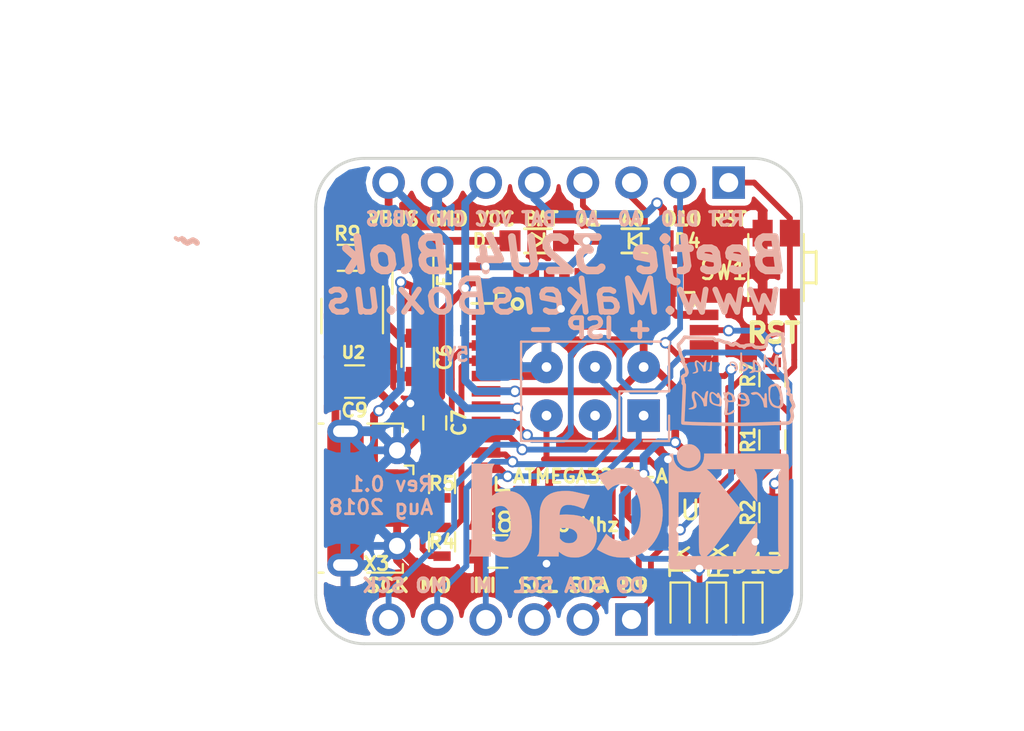
<source format=kicad_pcb>
(kicad_pcb (version 4) (host pcbnew 4.0.7)
  (title_block (title "Beetje 32U4 Blok") (date 2018-08-10) (rev 0.0) (company www.MakersBox.us) (comment 1 648.ken@gmail.com))
  (layers (0 F.Cu signal) (31 B.Cu signal) (34 B.Paste user) (35 F.Paste user) (36 B.SilkS user hide) (37 F.SilkS user hide) (38 B.Mask user) (39 F.Mask user) (44 Edge.Cuts user))
  (net 0 "")
  (net 1 GND)
  (net 2 /AREF)
  (net 3 VBUS)
  (net 4 +BATT)
  (net 5 /D4)
  (net 6 /D6)
  (net 7 /D8)
  (net 8 /D13)
  (net 9 /D12)
  (net 10 /D11)
  (net 11 /D10)
  (net 12 /D9)
  (net 13 /D7)
  (net 14 /SCL)
  (net 15 /SDA)
  (net 16 /D1)
  (net 17 /D0)
  (net 18 /A0)
  (net 19 /A1)
  (net 20 /A2)
  (net 21 /A3)
  (net 22 /A4)
  (net 23 /A5)
  (net 24 /SCK)
  (net 25 /MOSI)
  (net 26 /MISO)
  (net 27 "Net-(R4-Pad2)")
  (net 28 "Net-(R5-Pad2)")
  (net 29 "Net-(R9-Pad1)")
  (net 30 "Net-(U1-Pad2)")
  (net 31 "Net-(U1-Pad16)")
  (net 32 "Net-(U1-Pad17)")
  (net 33 /D5)
  (net 34 "Net-(U2-Pad4)")
  (net 35 "Net-(X3-Pad4)")
  (net 36 /RXLED)
  (net 37 /TXLED)
  (net 38 /VHI)
  (net 39 /~RESET)
  (net 40 /D+)
  (net 41 /D-)
  (net 42 VCC)
  (net 43 "Net-(D13-Pad2)")
  (net 44 "Net-(F1-Pad2)")
  (net 45 "Net-(D3-Pad1)")
  (net 46 "Net-(D5-Pad1)")
  (module footprints:D_SOD-123F (layer F.Cu) (at 159.004 90.678)
    (fp_text reference D4 (at 2.667 0) (layer F.SilkS) (effects (font (size 0.7 0.7))))
    (fp_text value MBR120)
    (pad 1 smd rect (at -1.4 0) (size 1.1 1.1) (layers F.Cu F.Paste F.Mask) (net 38 /VHI))
    (pad 2 smd rect (at 1.4 0) (size 1.1 1.1) (layers F.Cu F.Paste F.Mask) (net 4 +BATT))
  )
  (module footprints:D_SOD-123F (layer F.Cu) (at 153.797 90.678 180)
    (fp_text reference D1 (at 2.667 0 180) (layer F.SilkS) (effects (font (size 0.7 0.7))))
    (fp_text value MBR120)
    (pad 1 smd rect (at -1.4 0 180) (size 1.1 1.1) (layers F.Cu F.Paste F.Mask) (net 38 /VHI))
    (pad 2 smd rect (at 1.4 0 180) (size 1.1 1.1) (layers F.Cu F.Paste F.Mask) (net 3 VBUS))
  )
  (module footprints:Jumper (layer B.Cu) (at 149.606 95.377 180)
    (fp_text reference JMP1 hide)
    (fp_text value 5V (at 0 -1.25 180) (layer B.SilkS) (effects (font (size 0.7 0.7)) (justify mirror)))
    (pad 1 smd rect (at -0.381 0 180) (size 0.4 0.6) (layers B.Cu B.Paste B.Mask) (net 42 VCC))
    (pad 2 smd rect (at 0.381 0 180) (size 0.4 0.6) (layers B.Cu B.Paste B.Mask) (net 3 VBUS))
  )
  (module footprints:LED_0603 (layer F.Cu) (at 161.29 109.855 270)
    (fp_text reference D3 hide)
    (fp_text value TX (at -2.413 0 270) (layer F.SilkS))
    (pad 2 smd rect (at 0.8 0 90) (size 0.8 0.8) (layers F.Cu F.Paste F.Mask) (net 42 VCC))
    (pad 1 smd rect (at -0.8 0 90) (size 0.8 0.8) (layers F.Cu F.Paste F.Mask) (net 45 "Net-(D3-Pad1)"))
  )
  (module footprints:Resonator_SMD_CTSC_1.3mmx3.2mm (layer F.Cu) (at 156.464 106.934 180)
    (fp_text reference Y1 hide)
    (fp_text value "8 Mhz" (at 0 1.397 180) (layer F.SilkS) (effects (font (size 0.7 0.7))))
    (pad 1 smd rect (at -1.2 0 180) (size 0.4 1.8) (layers F.Cu F.Paste F.Mask) (net 32 "Net-(U1-Pad17)"))
    (pad 2 smd rect (at 0 0 180) (size 0.4 1.8) (layers F.Cu F.Paste F.Mask) (net 1 GND))
    (pad 3 smd rect (at 1.2 0 180) (size 0.4 1.8) (layers F.Cu F.Paste F.Mask) (net 31 "Net-(U1-Pad16)"))
  )
  (module footprints:EVQ-P7A (layer F.Cu) (at 166.3065 92.075 90)
    (fp_text reference SW1 (at -0.127 -2.7305 180) (layer F.SilkS) (effects (font (size 1 0.8))))
    (fp_text value RST (at -3.429 -0.127 180) (layer F.SilkS) (effects (font (thickness 0.25))))
    (pad 2 smd rect (at 1.8 0.725 90) (size 1.4 1.05) (layers F.Cu F.Paste F.Mask) (net 39 /~RESET))
    (pad 2 smd rect (at -1.8 0.725 90) (size 1.4 1.05) (layers F.Cu F.Paste F.Mask) (net 39 /~RESET))
    (pad 1 smd rect (at 1.8 -0.7 90) (size 1.4 1.05) (layers F.Cu F.Paste F.Mask) (net 1 GND))
    (pad 1 smd rect (at -1.8 -0.7 90) (size 1.4 1.05) (layers F.Cu F.Paste F.Mask) (net 1 GND))
  )
  (module myFootPrints:MadeInOregonRev25 (layer F.Cu) (at 164.211 97.917)
    (fp_text reference VAL hide)
    (fp_text value MadeInOregonRev25 hide)
  )
  (module footprints:KiCad-Logo2_8mm_SilkScreen (layer B.Cu) (at 158.623 105.283 180)
    (fp_text reference REF*** hide)
    (fp_text value KiCad-Logo2_8mm_SilkScreen hide)
  )
  (module footprints:C_0805 (layer F.Cu) (at 147.574 96.774 270)
    (fp_text reference C6 (at 0 -1.397 270) (layer F.SilkS) (effects (font (size 0.7 0.7))))
    (fp_text value 10uF)
    (pad 1 smd rect (at -1 0 270) (size 1 1.25) (layers F.Cu F.Paste F.Mask) (net 38 /VHI))
    (pad 2 smd rect (at 1 0 270) (size 1 1.25) (layers F.Cu F.Paste F.Mask) (net 1 GND))
  )
  (module footprints:C_0603 (layer F.Cu) (at 148.463 100.203 270)
    (fp_text reference C7 (at 0 -1.27 450) (layer F.SilkS) (effects (font (size 0.7 0.7))))
    (fp_text value 1uF)
    (pad 2 smd rect (at 0.75 0 270) (size 0.8 0.75) (layers F.Cu F.Paste F.Mask) (net 1 GND))
    (pad 1 smd rect (at -0.75 0 270) (size 0.8 0.75) (layers F.Cu F.Paste F.Mask) (net 42 VCC))
  )
  (module footprints:C_0805 (layer F.Cu) (at 151.765 106.934 180)
    (fp_text reference C8 (at 0.127 1.524 180) (layer F.SilkS))
    (fp_text value 10uF)
    (pad 1 smd rect (at -1 0 180) (size 1 1.25) (layers F.Cu F.Paste F.Mask) (net 42 VCC))
    (pad 2 smd rect (at 1 0 180) (size 1 1.25) (layers F.Cu F.Paste F.Mask) (net 1 GND))
  )
  (module footprints:C_0805 (layer F.Cu) (at 144.272 98.044 180)
    (fp_text reference C9 (at 0 -1.5 180) (layer F.SilkS) (effects (font (size 0.7 0.7))))
    (fp_text value 10uF)
    (pad 1 smd rect (at -1 0 180) (size 1 1.25) (layers F.Cu F.Paste F.Mask) (net 42 VCC))
    (pad 2 smd rect (at 1 0 180) (size 1 1.25) (layers F.Cu F.Paste F.Mask) (net 1 GND))
  )
  (module footprints:Pin_Header_Straight_2x03_Pitch2.54mm (layer B.Cu) (at 159.385 99.822 90)
    (fp_text reference CON1 hide)
    (fp_text value AVR-ISP-6)
    (pad 1 thru_hole rect (at 0 0 90) (size 1.7 1.7) (drill 0.508) (layers *.Cu *.Mask) (net 26 /MISO))
    (pad 2 thru_hole oval (at 2.54 0 90) (size 1.7 1.7) (drill 0.508) (layers *.Cu *.Mask) (net 42 VCC))
    (pad 3 thru_hole oval (at 0 -2.54 90) (size 1.7 1.7) (drill 0.508) (layers *.Cu *.Mask) (net 24 /SCK))
    (pad 4 thru_hole oval (at 2.54 -2.54 90) (size 1.7 1.7) (drill 0.508) (layers *.Cu *.Mask) (net 25 /MOSI))
    (pad 5 thru_hole oval (at 0 -5.08 90) (size 1.7 1.7) (drill 0.508) (layers *.Cu *.Mask) (net 39 /~RESET))
    (pad 6 thru_hole oval (at 2.54 -5.08 90) (size 1.7 1.7) (drill 0.508) (layers *.Cu *.Mask) (net 1 GND))
  )
  (module footprints:LED_0603 (layer F.Cu) (at 163.195 109.855 270)
    (fp_text reference D5 hide)
    (fp_text value RX (at -2.413 -0.127 270) (layer F.SilkS))
    (pad 2 smd rect (at 0.8 0 90) (size 0.8 0.8) (layers F.Cu F.Paste F.Mask) (net 42 VCC))
    (pad 1 smd rect (at -0.8 0 90) (size 0.8 0.8) (layers F.Cu F.Paste F.Mask) (net 46 "Net-(D5-Pad1)"))
  )
  (module footprints:LED_0603 (layer F.Cu) (at 165.1 109.855 270)
    (fp_text reference D13 (at -2.286 -0.254 360) (layer F.SilkS))
    (fp_text value D13)
    (pad 2 smd rect (at 0.8 0 90) (size 0.8 0.8) (layers F.Cu F.Paste F.Mask) (net 43 "Net-(D13-Pad2)"))
    (pad 1 smd rect (at -0.8 0 90) (size 0.8 0.8) (layers F.Cu F.Paste F.Mask) (net 1 GND))
  )
  (module footprints:R_1206 (layer F.Cu) (at 147.32 92.456 270)
    (fp_text reference F1 (at 0 -1.651 270) (layer F.SilkS) (effects (font (size 0.7 0.7))))
    (fp_text value Polyfuse)
    (pad 1 smd rect (at -1.45 0 270) (size 0.9 1.7) (layers F.Cu F.Paste F.Mask) (net 3 VBUS))
    (pad 2 smd rect (at 1.45 0 270) (size 0.9 1.7) (layers F.Cu F.Paste F.Mask) (net 44 "Net-(F1-Pad2)"))
  )
  (module footprints:Pin_Header_Straight_1x06_Pitch2.54mm (layer F.Cu) (at 158.75 110.49 270)
    (fp_text reference J2 hide)
    (fp_text value Conn_01x06)
    (pad 1 thru_hole rect (at 0 0 270) (size 1.7 1.7) (drill 1) (layers *.Cu *.Mask) (net 12 /D9))
    (pad 2 thru_hole oval (at 0 2.54 270) (size 1.7 1.7) (drill 1) (layers *.Cu *.Mask) (net 15 /SDA))
    (pad 3 thru_hole oval (at 0 5.08 270) (size 1.7 1.7) (drill 1) (layers *.Cu *.Mask) (net 14 /SCL))
    (pad 4 thru_hole oval (at 0 7.62 270) (size 1.7 1.7) (drill 1) (layers *.Cu *.Mask) (net 26 /MISO))
    (pad 5 thru_hole oval (at 0 10.16 270) (size 1.7 1.7) (drill 1) (layers *.Cu *.Mask) (net 25 /MOSI))
    (pad 6 thru_hole oval (at 0 12.7 270) (size 1.7 1.7) (drill 1) (layers *.Cu *.Mask) (net 24 /SCK))
  )
  (module footprints:Pin_Header_Straight_1x08_Pitch2.54mm (layer F.Cu) (at 163.83 87.63 270)
    (fp_text reference J4 hide)
    (fp_text value Conn_01x08)
    (pad 1 thru_hole rect (at 0 0 270) (size 1.7 1.7) (drill 1) (layers *.Cu *.Mask) (net 39 /~RESET))
    (pad 2 thru_hole oval (at 0 2.54 270) (size 1.7 1.7) (drill 1) (layers *.Cu *.Mask) (net 11 /D10))
    (pad 3 thru_hole oval (at 0 5.08 270) (size 1.7 1.7) (drill 1) (layers *.Cu *.Mask) (net 18 /A0))
    (pad 4 thru_hole oval (at 0 7.62 270) (size 1.7 1.7) (drill 1) (layers *.Cu *.Mask) (net 19 /A1))
    (pad 5 thru_hole oval (at 0 10.16 270) (size 1.7 1.7) (drill 1) (layers *.Cu *.Mask) (net 4 +BATT))
    (pad 6 thru_hole oval (at 0 12.7 270) (size 1.7 1.7) (drill 1) (layers *.Cu *.Mask) (net 42 VCC))
    (pad 7 thru_hole oval (at 0 15.24 270) (size 1.7 1.7) (drill 1) (layers *.Cu *.Mask) (net 1 GND))
    (pad 8 thru_hole oval (at 0 17.78 270) (size 1.7 1.7) (drill 1) (layers *.Cu *.Mask) (net 3 VBUS))
  )
  (module footprints:R_0603 (layer F.Cu) (at 166.116 101.092 270)
    (fp_text reference R1 (at 0 1.27 270) (layer F.SilkS) (effects (font (size 0.7 0.7))))
    (fp_text value 180)
    (pad 1 smd rect (at -0.75 0 270) (size 0.5 0.9) (layers F.Cu F.Paste F.Mask) (net 37 /TXLED))
    (pad 2 smd rect (at 0.75 0 270) (size 0.5 0.9) (layers F.Cu F.Paste F.Mask) (net 45 "Net-(D3-Pad1)"))
  )
  (module footprints:R_0603 (layer F.Cu) (at 166.116 104.902 270)
    (fp_text reference R2 (at 0 1.27 270) (layer F.SilkS) (effects (font (size 0.7 0.7))))
    (fp_text value 180)
    (pad 1 smd rect (at -0.75 0 270) (size 0.5 0.9) (layers F.Cu F.Paste F.Mask) (net 36 /RXLED))
    (pad 2 smd rect (at 0.75 0 270) (size 0.5 0.9) (layers F.Cu F.Paste F.Mask) (net 46 "Net-(D5-Pad1)"))
  )
  (module footprints:R_0603 (layer F.Cu) (at 148.844 106.426 270)
    (fp_text reference R4 (at 0 0 360) (layer F.SilkS) (effects (font (size 0.7 0.7))))
    (fp_text value 22)
    (pad 1 smd rect (at -0.75 0 270) (size 0.5 0.9) (layers F.Cu F.Paste F.Mask) (net 40 /D+))
    (pad 2 smd rect (at 0.75 0 270) (size 0.5 0.9) (layers F.Cu F.Paste F.Mask) (net 27 "Net-(R4-Pad2)"))
  )
  (module footprints:R_0603 (layer F.Cu) (at 148.844 103.378 270)
    (fp_text reference R5 (at 0 0 360) (layer F.SilkS) (effects (font (size 0.7 0.7))))
    (fp_text value 22)
    (pad 1 smd rect (at -0.75 0 270) (size 0.5 0.9) (layers F.Cu F.Paste F.Mask) (net 41 /D-))
    (pad 2 smd rect (at 0.75 0 270) (size 0.5 0.9) (layers F.Cu F.Paste F.Mask) (net 28 "Net-(R5-Pad2)"))
  )
  (module footprints:R_0603 (layer F.Cu) (at 166.116 97.79 90)
    (fp_text reference R7 (at 0.127 -1.27 90) (layer F.SilkS) (effects (font (size 0.7 0.7))))
    (fp_text value 180)
    (pad 1 smd rect (at -0.75 0 90) (size 0.5 0.9) (layers F.Cu F.Paste F.Mask) (net 43 "Net-(D13-Pad2)"))
    (pad 2 smd rect (at 0.75 0 90) (size 0.5 0.9) (layers F.Cu F.Paste F.Mask) (net 8 /D13))
  )
  (module footprints:R_0603 (layer F.Cu) (at 143.891 91.567)
    (fp_text reference R9 (at 0 -1.27) (layer F.SilkS) (effects (font (size 0.7 0.7))))
    (fp_text value 100K)
    (pad 1 smd rect (at -0.75 0) (size 0.5 0.9) (layers F.Cu F.Paste F.Mask) (net 29 "Net-(R9-Pad1)"))
    (pad 2 smd rect (at 0.75 0) (size 0.5 0.9) (layers F.Cu F.Paste F.Mask) (net 38 /VHI))
  )
  (module footprints:TQFP-44_10x10mm_Pitch0.8mm (layer F.Cu) (at 156.845 98.552)
    (fp_text reference U1 (at 5.461 6.223) (layer F.SilkS))
    (fp_text value ATMEGA32U4-AU (at 0.127 4.445) (layer F.SilkS) (effects (font (size 0.7 0.7))))
    (pad 1 smd rect (at -5.7 -4) (size 1.5 0.55) (layers F.Cu F.Paste F.Mask) (net 13 /D7))
    (pad 2 smd rect (at -5.7 -3.2) (size 1.5 0.55) (layers F.Cu F.Paste F.Mask) (net 30 "Net-(U1-Pad2)"))
    (pad 3 smd rect (at -5.7 -2.4) (size 1.5 0.55) (layers F.Cu F.Paste F.Mask) (net 41 /D-))
    (pad 4 smd rect (at -5.7 -1.6) (size 1.5 0.55) (layers F.Cu F.Paste F.Mask) (net 40 /D+))
    (pad 5 smd rect (at -5.7 -0.8) (size 1.5 0.55) (layers F.Cu F.Paste F.Mask) (net 1 GND))
    (pad 6 smd rect (at -5.7 0) (size 1.5 0.55) (layers F.Cu F.Paste F.Mask) (net 42 VCC))
    (pad 7 smd rect (at -5.7 0.8) (size 1.5 0.55) (layers F.Cu F.Paste F.Mask) (net 3 VBUS))
    (pad 8 smd rect (at -5.7 1.6) (size 1.5 0.55) (layers F.Cu F.Paste F.Mask) (net 36 /RXLED))
    (pad 9 smd rect (at -5.7 2.4) (size 1.5 0.55) (layers F.Cu F.Paste F.Mask) (net 24 /SCK))
    (pad 10 smd rect (at -5.7 3.2) (size 1.5 0.55) (layers F.Cu F.Paste F.Mask) (net 25 /MOSI))
    (pad 11 smd rect (at -5.7 4) (size 1.5 0.55) (layers F.Cu F.Paste F.Mask) (net 26 /MISO))
    (pad 12 smd rect (at -4 5.7 90) (size 1.5 0.55) (layers F.Cu F.Paste F.Mask) (net 10 /D11))
    (pad 13 smd rect (at -3.2 5.7 90) (size 1.5 0.55) (layers F.Cu F.Paste F.Mask) (net 39 /~RESET))
    (pad 14 smd rect (at -2.4 5.7 90) (size 1.5 0.55) (layers F.Cu F.Paste F.Mask) (net 42 VCC))
    (pad 15 smd rect (at -1.6 5.7 90) (size 1.5 0.55) (layers F.Cu F.Paste F.Mask) (net 1 GND))
    (pad 16 smd rect (at -0.8 5.7 90) (size 1.5 0.55) (layers F.Cu F.Paste F.Mask) (net 31 "Net-(U1-Pad16)"))
    (pad 17 smd rect (at 0 5.7 90) (size 1.5 0.55) (layers F.Cu F.Paste F.Mask) (net 32 "Net-(U1-Pad17)"))
    (pad 18 smd rect (at 0.8 5.7 90) (size 1.5 0.55) (layers F.Cu F.Paste F.Mask) (net 14 /SCL))
    (pad 19 smd rect (at 1.6 5.7 90) (size 1.5 0.55) (layers F.Cu F.Paste F.Mask) (net 15 /SDA))
    (pad 20 smd rect (at 2.4 5.7 90) (size 1.5 0.55) (layers F.Cu F.Paste F.Mask) (net 17 /D0))
    (pad 21 smd rect (at 3.2 5.7 90) (size 1.5 0.55) (layers F.Cu F.Paste F.Mask) (net 16 /D1))
    (pad 22 smd rect (at 4 5.7 90) (size 1.5 0.55) (layers F.Cu F.Paste F.Mask) (net 37 /TXLED))
    (pad 23 smd rect (at 5.7 4) (size 1.5 0.55) (layers F.Cu F.Paste F.Mask) (net 1 GND))
    (pad 24 smd rect (at 5.7 3.2) (size 1.5 0.55) (layers F.Cu F.Paste F.Mask) (net 42 VCC))
    (pad 25 smd rect (at 5.7 2.4) (size 1.5 0.55) (layers F.Cu F.Paste F.Mask) (net 5 /D4))
    (pad 26 smd rect (at 5.7 1.6) (size 1.5 0.55) (layers F.Cu F.Paste F.Mask) (net 9 /D12))
    (pad 27 smd rect (at 5.7 0.8) (size 1.5 0.55) (layers F.Cu F.Paste F.Mask) (net 6 /D6))
    (pad 28 smd rect (at 5.7 0) (size 1.5 0.55) (layers F.Cu F.Paste F.Mask) (net 7 /D8))
    (pad 29 smd rect (at 5.7 -0.8) (size 1.5 0.55) (layers F.Cu F.Paste F.Mask) (net 12 /D9))
    (pad 30 smd rect (at 5.7 -1.6) (size 1.5 0.55) (layers F.Cu F.Paste F.Mask) (net 11 /D10))
    (pad 31 smd rect (at 5.7 -2.4) (size 1.5 0.55) (layers F.Cu F.Paste F.Mask) (net 33 /D5))
    (pad 32 smd rect (at 5.7 -3.2) (size 1.5 0.55) (layers F.Cu F.Paste F.Mask) (net 8 /D13))
    (pad 33 smd rect (at 5.7 -4) (size 1.5 0.55) (layers F.Cu F.Paste F.Mask) (net 42 VCC))
    (pad 34 smd rect (at 4 -5.7 90) (size 1.5 0.55) (layers F.Cu F.Paste F.Mask) (net 42 VCC))
    (pad 35 smd rect (at 3.2 -5.7 90) (size 1.5 0.55) (layers F.Cu F.Paste F.Mask) (net 1 GND))
    (pad 36 smd rect (at 2.4 -5.7 90) (size 1.5 0.55) (layers F.Cu F.Paste F.Mask) (net 18 /A0))
    (pad 37 smd rect (at 1.6 -5.7 90) (size 1.5 0.55) (layers F.Cu F.Paste F.Mask) (net 19 /A1))
    (pad 38 smd rect (at 0.8 -5.7 90) (size 1.5 0.55) (layers F.Cu F.Paste F.Mask) (net 20 /A2))
    (pad 39 smd rect (at 0 -5.7 90) (size 1.5 0.55) (layers F.Cu F.Paste F.Mask) (net 21 /A3))
    (pad 40 smd rect (at -0.8 -5.7 90) (size 1.5 0.55) (layers F.Cu F.Paste F.Mask) (net 22 /A4))
    (pad 41 smd rect (at -1.6 -5.7 90) (size 1.5 0.55) (layers F.Cu F.Paste F.Mask) (net 23 /A5))
    (pad 42 smd rect (at -2.4 -5.7 90) (size 1.5 0.55) (layers F.Cu F.Paste F.Mask) (net 2 /AREF))
    (pad 43 smd rect (at -3.2 -5.7 90) (size 1.5 0.55) (layers F.Cu F.Paste F.Mask) (net 1 GND))
    (pad 44 smd rect (at -4 -5.7 90) (size 1.5 0.55) (layers F.Cu F.Paste F.Mask) (net 42 VCC))
  )
  (module footprints:SOT-23-5 (layer F.Cu) (at 144.145 94.615 270)
    (fp_text reference U2 (at 1.905 -0.0635 360) (layer F.SilkS) (effects (font (size 0.6 0.6))))
    (fp_text value MIC5225-3.3)
    (pad 1 smd rect (at -1.1 -0.95 270) (size 1.06 0.65) (layers F.Cu F.Paste F.Mask) (net 38 /VHI))
    (pad 2 smd rect (at -1.1 0 270) (size 1.06 0.65) (layers F.Cu F.Paste F.Mask) (net 1 GND))
    (pad 3 smd rect (at -1.1 0.95 270) (size 1.06 0.65) (layers F.Cu F.Paste F.Mask) (net 29 "Net-(R9-Pad1)"))
    (pad 4 smd rect (at 1.1 0.95 270) (size 1.06 0.65) (layers F.Cu F.Paste F.Mask) (net 34 "Net-(U2-Pad4)"))
    (pad 5 smd rect (at 1.1 -0.95 270) (size 1.06 0.65) (layers F.Cu F.Paste F.Mask) (net 42 VCC))
  )
  (module footprints:USB_Micro-B_Molex-105017-0001 (layer F.Cu) (at 144.145 104.14 270)
    (fp_text reference X3 (at 3.429 -1.27 360) (layer F.SilkS) (effects (font (size 0.7 0.7))))
    (fp_text value USB_OTG)
    (pad 6 smd rect (at 1 0.35 270) (size 1.5 1.9) (layers F.Cu F.Paste F.Mask) (net 1 GND))
    (pad 6 thru_hole circle (at -2.5 -2.35 270) (size 1.45 1.45) (drill 0.85) (layers *.Cu *.Mask) (net 1 GND))
    (pad 2 smd rect (at -0.65 -2.35 270) (size 0.4 1.35) (layers F.Cu F.Paste F.Mask) (net 28 "Net-(R5-Pad2)"))
    (pad 1 smd rect (at -1.3 -2.35 270) (size 0.4 1.35) (layers F.Cu F.Paste F.Mask) (net 44 "Net-(F1-Pad2)"))
    (pad 5 smd rect (at 1.3 -2.35 270) (size 0.4 1.35) (layers F.Cu F.Paste F.Mask) (net 1 GND))
    (pad 4 smd rect (at 0.65 -2.35 270) (size 0.4 1.35) (layers F.Cu F.Paste F.Mask) (net 35 "Net-(X3-Pad4)"))
    (pad 3 smd rect (at 0 -2.35 270) (size 0.4 1.35) (layers F.Cu F.Paste F.Mask) (net 27 "Net-(R4-Pad2)"))
    (pad 6 thru_hole circle (at 2.5 -2.35 270) (size 1.45 1.45) (drill 0.85) (layers *.Cu *.Mask) (net 1 GND))
    (pad 6 smd rect (at -1 0.35 270) (size 1.5 1.9) (layers F.Cu F.Paste F.Mask) (net 1 GND))
    (pad 6 thru_hole oval (at -3.5 0.35 90) (size 1.2 1.9) (drill oval 0.6 1.3) (layers *.Cu *.Mask) (net 1 GND))
    (pad 6 thru_hole oval (at 3.5 0.35 270) (size 1.2 1.9) (drill oval 0.6 1.3) (layers *.Cu *.Mask) (net 1 GND))
    (pad 6 smd rect (at 2.9 0.35 270) (size 1.2 1.9) (layers F.Cu F.Mask) (net 1 GND))
    (pad 6 smd rect (at -2.9 0.35 270) (size 1.2 1.9) (layers F.Cu F.Mask) (net 1 GND))
  )
  (gr_text "RST D10  A0  A0  BAT VCC GND VBUS" (at 164.719 89.535) (layer B.SilkS) (effects (font (size 0.7 0.675) (thickness 0.16875)) (justify left mirror)))
  (gr_text "D9 SDA SCL  MI  MO SCK" (at 159.512 108.712) (layer B.SilkS) (effects (font (size 0.7 0.75) (thickness 0.175)) (justify left mirror)))
  (gr_text "Rev 0.1\nAug 2018" (at 148.463 104.013) (layer B.SilkS) (effects (font (size 0.75 0.75)) (justify left mirror)))
  (gr_text "VBUS GND VCC BAT  A1  A0  D10 RST" (at 144.907 89.535) (layer F.SilkS) (effects (font (size 0.7 0.675) (thickness 0.16875)) (justify left)))
  (gr_line (start 142.24 109.22) (end 142.24 88.9) (angle 90) (layer Edge.Cuts) (width 0.15))
  (gr_line (start 165.1 111.76) (end 144.78 111.76) (angle 90) (layer Edge.Cuts) (width 0.15))
  (gr_line (start 167.64 88.9) (end 167.64 109.22) (angle 90) (layer Edge.Cuts) (width 0.15))
  (gr_line (start 144.78 86.36) (end 165.1 86.36) (angle 90) (layer Edge.Cuts) (width 0.15))
  (gr_arc (start 144.78 88.9) (end 142.24 88.9) (angle 90) (layer Edge.Cuts) (width 0.15))
  (gr_arc (start 144.78 109.22) (end 144.78 111.76) (angle 90) (layer Edge.Cuts) (width 0.15))
  (gr_arc (start 165.1 109.22) (end 167.64 109.22) (angle 90) (layer Edge.Cuts) (width 0.15))
  (gr_arc (start 165.1 88.9) (end 165.1 86.36) (angle 90) (layer Edge.Cuts) (width 0.15))
  (gr_text "+ ISP -" (at 156.591 95.25) (layer B.SilkS) (effects (font (size 1 1) (thickness 0.25)) (justify mirror)))
  (gr_circle (center 152.781 93.98) (end 152.781 93.726) (layer F.SilkS) (width 0.2))
  (gr_text www.MakersBox.us (at 166.878 93.599) (layer B.SilkS) (effects (font (size 1.75 1.75) (thickness 0.3) italic) (justify left mirror)))
  (gr_text "Beetje 32U4 Blok\n" (at 167.132 91.44) (layer B.SilkS) (effects (font (size 1.75 1.75) (thickness 0.4) italic) (justify left mirror)))
  (gr_text ~ (at 135.636 90.678) (layer B.SilkS) (effects (font (size 1.5 1.5) (thickness 0.3)) (justify mirror)))
  (gr_text ~ (at 135.128 90.551) (layer B.SilkS) (effects (font (size 1 1) (thickness 0.2)) (justify mirror)))
  (gr_text "SCK MO  MI  SCL SDA D9" (at 144.78 108.712) (layer F.SilkS) (effects (font (size 0.7 0.75) (thickness 0.175)) (justify left)))
  (segment (start 165.416 94.0655) (end 165.416 95.442) (width 0.3048) (layer F.Cu) (net 1))
  (segment (start 164.973 95.885) (end 165.416 95.442) (width 0.3048) (layer F.Cu) (net 1))
  (segment (start 164.973 97.409) (end 164.973 95.885) (width 0.3048) (layer F.Cu) (net 1))
  (segment (start 163.957 98.425) (end 164.973 97.409) (width 0.3048) (layer F.Cu) (net 1))
  (segment (start 163.957 101.219) (end 163.957 98.425) (width 0.3048) (layer F.Cu) (net 1))
  (segment (start 163.957 101.219) (end 163.957 101.723802) (width 0.3048) (layer F.Cu) (net 1))
  (segment (start 165.416 94.0655) (end 165.6065 93.875) (width 0.3048) (layer F.Cu) (net 1))
  (segment (start 163.997 91.694) (end 164.4015 91.694) (width 0.4064) (layer F.Cu) (net 1))
  (segment (start 160.045 92.05) (end 160.401 91.694) (width 0.4064) (layer F.Cu) (net 1))
  (segment (start 160.401 91.694) (end 163.997 91.694) (width 0.4064) (layer F.Cu) (net 1))
  (segment (start 160.045 92.852) (end 160.045 92.05) (width 0.4064) (layer F.Cu) (net 1))
  (segment (start 165.6065 92.899) (end 165.6065 93.875) (width 0.4064) (layer F.Cu) (net 1))
  (segment (start 164.4015 91.694) (end 165.6065 92.899) (width 0.4064) (layer F.Cu) (net 1))
  (segment (start 163.957 101.981) (end 163.957 101.723802) (width 0.3048) (layer F.Cu) (net 1))
  (segment (start 153.645 92.852) (end 153.645 90.018) (width 0.4064) (layer F.Cu) (net 1))
  (segment (start 153.645 90.018) (end 153.035 89.408) (width 0.4064) (layer F.Cu) (net 1))
  (segment (start 153.035 89.408) (end 149.352 89.408) (width 0.4064) (layer F.Cu) (net 1))
  (segment (start 149.352 89.408) (end 148.59 88.646) (width 0.4064) (layer F.Cu) (net 1))
  (segment (start 148.59 88.646) (end 148.59 87.63) (width 0.4064) (layer F.Cu) (net 1))
  (segment (start 152.908 108.712) (end 153.162 108.712) (width 0.4064) (layer F.Cu) (net 1))
  (segment (start 150.765 108.22) (end 151.257 108.712) (width 0.4064) (layer F.Cu) (net 1))
  (segment (start 151.257 108.712) (end 152.908 108.712) (width 0.4064) (layer F.Cu) (net 1))
  (segment (start 150.765 106.68) (end 150.765 108.22) (width 0.4064) (layer F.Cu) (net 1))
  (segment (start 153.162 108.712) (end 154.305 107.569) (width 0.4064) (layer F.Cu) (net 1))
  (segment (start 154.305 107.569) (end 154.305 106.172) (width 0.3048) (layer F.Cu) (net 1))
  (segment (start 154.305 106.172) (end 154.432 106.045) (width 0.3048) (layer F.Cu) (net 1))
  (segment (start 155.245 105.232) (end 155.245 104.252) (width 0.3048) (layer F.Cu) (net 1))
  (segment (start 154.432 106.045) (end 155.245 105.232) (width 0.3048) (layer F.Cu) (net 1))
  (segment (start 156.464 106.934) (end 156.464 108.204) (width 0.3048) (layer F.Cu) (net 1))
  (segment (start 156.464 108.204) (end 156.083 108.585) (width 0.3048) (layer F.Cu) (net 1))
  (segment (start 156.083 108.585) (end 154.559 108.585) (width 0.3048) (layer F.Cu) (net 1))
  (segment (start 154.559 108.585) (end 154.305 108.331) (width 0.3048) (layer F.Cu) (net 1))
  (segment (start 154.305 108.331) (end 154.305 107.569) (width 0.3048) (layer F.Cu) (net 1))
  (segment (start 165.1 109.055) (end 165.1 106.553) (width 0.3048) (layer F.Cu) (net 1))
  (via (at 165.227 106.426) (size 0.6) (drill 0.4) (layers F.Cu B.Cu) (net 1))
  (segment (start 165.1 106.553) (end 165.227 106.426) (width 0.3048) (layer F.Cu) (net 1))
  (segment (start 146.495 101.64) (end 146.495 99.885) (width 0.4064) (layer B.Cu) (net 1))
  (segment (start 147.574 98.806) (end 147.574 97.774) (width 0.4064) (layer F.Cu) (net 1))
  (segment (start 147.193 99.187) (end 147.574 98.806) (width 0.4064) (layer F.Cu) (net 1))
  (via (at 147.193 99.187) (size 0.6) (drill 0.4) (layers F.Cu B.Cu) (net 1))
  (segment (start 146.495 99.885) (end 147.193 99.187) (width 0.4064) (layer B.Cu) (net 1))
  (segment (start 146.495 101.64) (end 146.899 101.64) (width 0.4064) (layer F.Cu) (net 1))
  (segment (start 146.899 101.64) (end 147.586 100.953) (width 0.4064) (layer F.Cu) (net 1))
  (segment (start 147.586 100.953) (end 148.463 100.953) (width 0.4064) (layer F.Cu) (net 1))
  (segment (start 146.495 106.64) (end 146.495 107.379) (width 0.4064) (layer F.Cu) (net 1))
  (segment (start 150.765 108.188) (end 150.765 106.68) (width 0.4064) (layer F.Cu) (net 1))
  (segment (start 150.368 108.585) (end 150.765 108.188) (width 0.4064) (layer F.Cu) (net 1))
  (segment (start 147.701 108.585) (end 150.368 108.585) (width 0.4064) (layer F.Cu) (net 1))
  (segment (start 146.495 107.379) (end 147.701 108.585) (width 0.4064) (layer F.Cu) (net 1))
  (segment (start 155.194 108.712) (end 154.686 108.712) (width 0.3048) (layer B.Cu) (net 1))
  (segment (start 154.686 108.966) (end 154.305 107.569) (width 0.3048) (layer B.Cu) (net 1))
  (via (at 154.305 107.569) (size 0.6) (drill 0.4) (layers F.Cu B.Cu) (net 1))
  (segment (start 165.227 106.426) (end 163.195 108.712) (width 0.3048) (layer B.Cu) (net 1))
  (segment (start 163.195 108.712) (end 155.194 108.712) (width 0.3048) (layer B.Cu) (net 1))
  (segment (start 154.305 107.569) (end 154.432 107.569) (width 0.3048) (layer F.Cu) (net 1))
  (segment (start 163.960198 101.727) (end 163.960198 101.723802) (width 0.3048) (layer F.Cu) (net 1))
  (segment (start 163.957 101.723802) (end 163.960198 101.727) (width 0.3048) (layer F.Cu) (net 1))
  (segment (start 163.960198 101.723802) (end 163.957 101.727) (width 0.3048) (layer F.Cu) (net 1))
  (segment (start 160.655 102.108) (end 160.655 103.505) (width 0.4064) (layer B.Cu) (net 1))
  (segment (start 161.099 102.552) (end 160.655 102.108) (width 0.4064) (layer F.Cu) (net 1))
  (via (at 160.655 102.108) (size 0.6) (drill 0.4) (layers F.Cu B.Cu) (net 1))
  (segment (start 162.545 102.552) (end 161.099 102.552) (width 0.4064) (layer F.Cu) (net 1))
  (segment (start 163.703 106.68) (end 165.227 106.68) (width 0.4064) (layer B.Cu) (net 1))
  (segment (start 159.766 106.68) (end 163.703 106.68) (width 0.4064) (layer B.Cu) (net 1))
  (segment (start 159.004 105.918) (end 159.766 106.68) (width 0.4064) (layer B.Cu) (net 1))
  (segment (start 159.004 105.156) (end 159.004 105.918) (width 0.4064) (layer B.Cu) (net 1))
  (segment (start 160.655 103.505) (end 159.004 105.156) (width 0.4064) (layer B.Cu) (net 1))
  (segment (start 162.545 102.552) (end 163.386 102.552) (width 0.3048) (layer F.Cu) (net 1))
  (segment (start 163.386 102.552) (end 163.957 101.981) (width 0.3048) (layer F.Cu) (net 1))
  (segment (start 163.957 101.981) (end 163.960198 101.977802) (width 0.3048) (layer F.Cu) (net 1))
  (segment (start 165.6065 90.275) (end 165.6065 93.875) (width 0.3048) (layer F.Cu) (net 1))
  (segment (start 155.067 94.234) (end 159.766 94.234) (width 0.4064) (layer F.Cu) (net 1))
  (segment (start 160.045 93.955) (end 160.045 92.852) (width 0.4064) (layer F.Cu) (net 1))
  (segment (start 159.766 94.234) (end 160.045 93.955) (width 0.4064) (layer F.Cu) (net 1))
  (segment (start 154.305 97.282) (end 154.305 94.996) (width 0.4064) (layer B.Cu) (net 1))
  (segment (start 153.67 93.853) (end 153.67 92.877) (width 0.4064) (layer F.Cu) (net 1))
  (segment (start 154.051 94.234) (end 153.67 93.853) (width 0.4064) (layer F.Cu) (net 1))
  (segment (start 155.067 94.234) (end 154.051 94.234) (width 0.4064) (layer F.Cu) (net 1))
  (via (at 155.067 94.234) (size 0.6) (drill 0.4) (layers F.Cu B.Cu) (net 1))
  (segment (start 154.305 94.996) (end 155.067 94.234) (width 0.4064) (layer B.Cu) (net 1))
  (segment (start 153.67 92.877) (end 153.645 92.852) (width 0.4064) (layer F.Cu) (net 1))
  (segment (start 150.765 106.553) (end 150.765 107.204) (width 0.3048) (layer F.Cu) (net 1))
  (segment (start 151.145 97.752) (end 153.835 97.752) (width 0.4064) (layer F.Cu) (net 1))
  (segment (start 153.835 97.752) (end 154.305 97.282) (width 0.3048) (layer F.Cu) (net 1))
  (segment (start 146.495 101.64) (end 144.795 101.64) (width 0.4064) (layer B.Cu) (net 1))
  (segment (start 144.795 101.64) (end 143.795 100.64) (width 0.4064) (layer B.Cu) (net 1))
  (segment (start 146.495 106.64) (end 144.795 106.64) (width 0.4064) (layer B.Cu) (net 1))
  (segment (start 144.795 106.64) (end 143.795 107.64) (width 0.4064) (layer B.Cu) (net 1))
  (segment (start 146.495 105.44) (end 146.495 106.64) (width 0.4064) (layer F.Cu) (net 1))
  (segment (start 143.795 100.64) (end 143.795 107.64) (width 0.4064) (layer F.Cu) (net 1))
  (segment (start 143.272 98.044) (end 143.272 100.117) (width 0.4064) (layer F.Cu) (net 1))
  (segment (start 143.272 100.117) (end 143.795 100.64) (width 0.4064) (layer F.Cu) (net 1))
  (segment (start 144.145 93.515) (end 144.145 94.615) (width 0.4064) (layer F.Cu) (net 1))
  (segment (start 144.145 97.171) (end 143.272 98.044) (width 0.4064) (layer F.Cu) (net 1))
  (segment (start 143.272 98.044) (end 143.272 98.028) (width 0.4064) (layer F.Cu) (net 1))
  (segment (start 144.145 94.615) (end 144.145 97.171) (width 0.4064) (layer F.Cu) (net 1))
  (segment (start 152.397 90.678) (end 147.648 90.678) (width 0.4064) (layer F.Cu) (net 3))
  (segment (start 147.648 90.678) (end 147.32 91.006) (width 0.4064) (layer F.Cu) (net 3))
  (segment (start 147.648 90.678) (end 147.32 91.006) (width 0.4064) (layer F.Cu) (net 3))
  (segment (start 150.495 99.441) (end 150.114 99.441) (width 0.4064) (layer B.Cu) (net 3))
  (segment (start 151.145 99.352) (end 152.692 99.352) (width 0.3048) (layer F.Cu) (net 3))
  (via (at 152.781 99.441) (size 0.6) (drill 0.4) (layers F.Cu B.Cu) (net 3))
  (segment (start 152.692 99.352) (end 152.781 99.441) (width 0.3048) (layer F.Cu) (net 3))
  (segment (start 152.781 99.441) (end 150.495 99.441) (width 0.4064) (layer B.Cu) (net 3))
  (segment (start 149.225 97.917) (end 149.225 95.377) (width 0.4064) (layer B.Cu) (net 3))
  (segment (start 149.225 98.552) (end 149.225 97.917) (width 0.4064) (layer B.Cu) (net 3))
  (segment (start 150.114 99.441) (end 149.225 98.552) (width 0.4064) (layer B.Cu) (net 3))
  (segment (start 147.521 90.805) (end 147.32 91.006) (width 0.4064) (layer F.Cu) (net 3))
  (segment (start 149.225 95.377) (end 149.225 90.805) (width 0.4064) (layer B.Cu) (net 3))
  (segment (start 149.225 90.805) (end 146.05 87.63) (width 0.4064) (layer B.Cu) (net 3))
  (segment (start 147.32 91.006) (end 147.32 90.805) (width 0.4064) (layer F.Cu) (net 3))
  (segment (start 147.32 90.805) (end 146.05 89.535) (width 0.4064) (layer F.Cu) (net 3))
  (segment (start 146.05 89.535) (end 146.05 87.63) (width 0.4064) (layer F.Cu) (net 3))
  (segment (start 160.404 90.678) (end 160.404 89.03) (width 0.4064) (layer F.Cu) (net 4))
  (segment (start 154.4955 89.281) (end 153.67 88.4555) (width 0.4064) (layer B.Cu) (net 4))
  (segment (start 156.0195 89.281) (end 154.4955 89.281) (width 0.4064) (layer B.Cu) (net 4))
  (segment (start 159.512 89.281) (end 156.0195 89.281) (width 0.4064) (layer B.Cu) (net 4))
  (segment (start 160.0835 88.7095) (end 159.512 89.281) (width 0.4064) (layer B.Cu) (net 4))
  (via (at 160.0835 88.7095) (size 0.6) (drill 0.4) (layers F.Cu B.Cu) (net 4))
  (segment (start 160.404 89.03) (end 160.0835 88.7095) (width 0.4064) (layer F.Cu) (net 4))
  (segment (start 153.67 88.4555) (end 153.67 87.63) (width 0.4064) (layer B.Cu) (net 4))
  (segment (start 163.83 95.377) (end 165.481 95.377) (width 0.3048) (layer B.Cu) (net 8))
  (segment (start 166.4335 96.3295) (end 166.116 97.04) (width 0.3048) (layer F.Cu) (net 8))
  (via (at 163.83 95.377) (size 0.6) (drill 0.4) (layers F.Cu B.Cu) (net 8))
  (via (at 166.4335 96.3295) (size 0.6) (drill 0.4) (layers F.Cu B.Cu) (net 8))
  (segment (start 165.481 95.377) (end 166.4335 96.3295) (width 0.3048) (layer B.Cu) (net 8))
  (segment (start 162.545 95.352) (end 163.805 95.352) (width 0.3048) (layer F.Cu) (net 8))
  (segment (start 162.545 96.952) (end 161.468 96.952) (width 0.3048) (layer F.Cu) (net 11))
  (segment (start 161.29 95.25) (end 161.29 88.392) (width 0.3048) (layer B.Cu) (net 11))
  (segment (start 160.528 96.012) (end 161.29 95.25) (width 0.3048) (layer B.Cu) (net 11))
  (via (at 160.528 96.012) (size 0.6) (drill 0.4) (layers F.Cu B.Cu) (net 11))
  (segment (start 161.468 96.952) (end 160.528 96.012) (width 0.3048) (layer F.Cu) (net 11))
  (segment (start 163.957 97.409) (end 163.957 103.124) (width 0.3048) (layer B.Cu) (net 12))
  (segment (start 162.545 97.752) (end 163.614 97.752) (width 0.3048) (layer F.Cu) (net 12))
  (segment (start 163.957 97.409) (end 163.614 97.752) (width 0.3048) (layer F.Cu) (net 12))
  (via (at 161.29 105.791) (size 0.6) (drill 0.4) (layers F.Cu B.Cu) (net 12))
  (segment (start 161.29 105.791) (end 159.766 107.315) (width 0.3048) (layer F.Cu) (net 12))
  (segment (start 159.766 107.315) (end 159.766 109.474) (width 0.3048) (layer F.Cu) (net 12))
  (segment (start 159.766 109.474) (end 158.75 110.49) (width 0.3048) (layer F.Cu) (net 12))
  (via (at 163.957 97.409) (size 0.6) (drill 0.4) (layers F.Cu B.Cu) (net 12))
  (segment (start 163.957 103.124) (end 161.29 105.791) (width 0.3048) (layer B.Cu) (net 12))
  (segment (start 158.496 108.334198) (end 158.496 107.95) (width 0.3048) (layer F.Cu) (net 14))
  (segment (start 157.645 105.067) (end 158.496 105.918) (width 0.3048) (layer F.Cu) (net 14))
  (segment (start 158.496 105.918) (end 158.496 107.95) (width 0.3048) (layer F.Cu) (net 14))
  (segment (start 157.645 105.067) (end 157.645 104.252) (width 0.3048) (layer F.Cu) (net 14))
  (segment (start 158.496 108.334198) (end 158.518452 108.35665) (width 0.3048) (layer F.Cu) (net 14))
  (segment (start 158.518452 108.35665) (end 158.518452 108.311746) (width 0.3048) (layer F.Cu) (net 14))
  (segment (start 156.718 109.093) (end 155.067 109.093) (width 0.3048) (layer F.Cu) (net 14))
  (segment (start 158.496 108.334198) (end 158.518452 108.311746) (width 0.3048) (layer F.Cu) (net 14))
  (segment (start 158.518452 108.311746) (end 158.118198 108.712) (width 0.3048) (layer F.Cu) (net 14))
  (segment (start 158.118198 108.712) (end 157.099 108.712) (width 0.3048) (layer F.Cu) (net 14))
  (segment (start 157.099 108.712) (end 156.718 109.093) (width 0.3048) (layer F.Cu) (net 14))
  (segment (start 153.67 110.49) (end 155.067 109.093) (width 0.3048) (layer F.Cu) (net 14))
  (segment (start 159.131 108.077) (end 159.131 108.458) (width 0.3048) (layer F.Cu) (net 15))
  (segment (start 158.445 104.978) (end 159.131 105.664) (width 0.3048) (layer F.Cu) (net 15))
  (segment (start 159.131 108.077) (end 159.131 105.791) (width 0.3048) (layer F.Cu) (net 15))
  (segment (start 159.131 105.791) (end 159.131 105.664) (width 0.3048) (layer F.Cu) (net 15))
  (segment (start 157.483198 109.216802) (end 156.21 110.49) (width 0.3048) (layer F.Cu) (net 15))
  (segment (start 158.372198 109.216802) (end 157.483198 109.216802) (width 0.3048) (layer F.Cu) (net 15))
  (segment (start 159.131 108.458) (end 158.372198 109.216802) (width 0.3048) (layer F.Cu) (net 15))
  (segment (start 158.445 104.978) (end 158.445 104.252) (width 0.3048) (layer F.Cu) (net 15))
  (segment (start 158.496 104.303) (end 158.445 104.252) (width 0.3048) (layer F.Cu) (net 15))
  (segment (start 159.245 92.852) (end 159.245 91.961) (width 0.3048) (layer F.Cu) (net 18))
  (segment (start 159.4485 89.0905) (end 158.75 88.392) (width 0.3048) (layer F.Cu) (net 18))
  (segment (start 159.4485 91.7575) (end 159.4485 89.0905) (width 0.3048) (layer F.Cu) (net 18))
  (segment (start 159.245 91.961) (end 159.4485 91.7575) (width 0.3048) (layer F.Cu) (net 18))
  (segment (start 158.75 88.392) (end 158.75 87.63) (width 0.3048) (layer F.Cu) (net 18))
  (segment (start 158.445 92.852) (end 158.445 91.999) (width 0.3048) (layer F.Cu) (net 19))
  (segment (start 156.21 88.8365) (end 156.21 87.63) (width 0.3048) (layer F.Cu) (net 19))
  (segment (start 156.7815 89.408) (end 156.21 88.8365) (width 0.3048) (layer F.Cu) (net 19))
  (segment (start 158.496 89.408) (end 156.7815 89.408) (width 0.3048) (layer F.Cu) (net 19))
  (segment (start 158.75 89.662) (end 158.496 89.408) (width 0.3048) (layer F.Cu) (net 19))
  (segment (start 158.75 91.694) (end 158.75 89.662) (width 0.3048) (layer F.Cu) (net 19))
  (segment (start 158.445 91.999) (end 158.75 91.694) (width 0.3048) (layer F.Cu) (net 19))
  (segment (start 149.479 105.664) (end 149.479 103.505) (width 0.3048) (layer B.Cu) (net 24))
  (segment (start 151.638 101.346) (end 149.479 103.505) (width 0.3048) (layer B.Cu) (net 24))
  (segment (start 149.479 105.664) (end 146.05 109.093) (width 0.3048) (layer B.Cu) (net 24))
  (segment (start 146.05 110.49) (end 146.05 109.093) (width 0.3048) (layer B.Cu) (net 24))
  (segment (start 152.781 101.346) (end 151.638 101.346) (width 0.3048) (layer B.Cu) (net 24))
  (segment (start 152.781 101.346) (end 153.035 101.6) (width 0.3048) (layer B.Cu) (net 24))
  (segment (start 156.845 99.822) (end 156.845 101.092) (width 0.3048) (layer B.Cu) (net 24))
  (segment (start 152.159 100.952) (end 151.145 100.952) (width 0.3048) (layer F.Cu) (net 24))
  (segment (start 152.387 100.952) (end 152.159 100.952) (width 0.3048) (layer F.Cu) (net 24))
  (segment (start 153.035 101.6) (end 152.387 100.952) (width 0.3048) (layer F.Cu) (net 24))
  (via (at 153.035 101.6) (size 0.6) (drill 0.4) (layers F.Cu B.Cu) (net 24))
  (segment (start 156.337 101.6) (end 153.035 101.6) (width 0.3048) (layer B.Cu) (net 24))
  (segment (start 156.845 101.092) (end 156.337 101.6) (width 0.3048) (layer B.Cu) (net 24))
  (segment (start 156.845 99.949) (end 156.845 99.822) (width 0.3048) (layer B.Cu) (net 24))
  (segment (start 150.114 107.696) (end 150.114 103.632) (width 0.3048) (layer B.Cu) (net 25))
  (segment (start 151.511 102.235) (end 150.114 103.632) (width 0.3048) (layer B.Cu) (net 25))
  (segment (start 150.114 107.696) (end 148.59 109.22) (width 0.3048) (layer B.Cu) (net 25))
  (segment (start 148.59 110.49) (end 148.59 109.22) (width 0.3048) (layer B.Cu) (net 25))
  (segment (start 151.511 102.235) (end 152.527 102.235) (width 0.3048) (layer B.Cu) (net 25))
  (segment (start 152.527 102.235) (end 152.146 101.854) (width 0.3048) (layer F.Cu) (net 25))
  (segment (start 152.146 101.854) (end 151.247 101.854) (width 0.3048) (layer F.Cu) (net 25))
  (segment (start 151.247 101.854) (end 151.145 101.752) (width 0.3048) (layer F.Cu) (net 25))
  (segment (start 156.845 97.282) (end 156.845 97.663) (width 0.3048) (layer B.Cu) (net 25))
  (segment (start 156.845 97.663) (end 158.115 98.933) (width 0.3048) (layer B.Cu) (net 25))
  (segment (start 158.115 98.933) (end 158.115 100.965) (width 0.3048) (layer B.Cu) (net 25))
  (segment (start 156.845 102.362) (end 158.115 100.965) (width 0.3048) (layer B.Cu) (net 25))
  (segment (start 152.654 102.362) (end 156.845 102.362) (width 0.3048) (layer B.Cu) (net 25))
  (segment (start 152.527 102.235) (end 152.654 102.362) (width 0.3048) (layer B.Cu) (net 25))
  (via (at 152.527 102.235) (size 0.6) (drill 0.4) (layers F.Cu B.Cu) (net 25))
  (segment (start 152.502 102.26) (end 152.527 102.235) (width 0.3048) (layer F.Cu) (net 25))
  (segment (start 151.13 110.49) (end 151.13 103.632) (width 0.3048) (layer B.Cu) (net 26))
  (segment (start 151.13 103.632) (end 151.765 102.997) (width 0.3048) (layer B.Cu) (net 26))
  (segment (start 151.765 102.997) (end 152.273 102.997) (width 0.3048) (layer B.Cu) (net 26))
  (segment (start 152.273 102.997) (end 151.892 102.616) (width 0.3048) (layer F.Cu) (net 26))
  (via (at 152.273 102.997) (size 0.6) (drill 0.4) (layers F.Cu B.Cu) (net 26))
  (segment (start 151.892 102.616) (end 151.209 102.616) (width 0.3048) (layer F.Cu) (net 26))
  (segment (start 151.209 102.616) (end 151.145 102.552) (width 0.3048) (layer F.Cu) (net 26))
  (segment (start 159.131 101.092) (end 159.131 100.076) (width 0.3048) (layer B.Cu) (net 26))
  (segment (start 157.226 102.997) (end 159.131 101.092) (width 0.3048) (layer B.Cu) (net 26))
  (segment (start 152.273 102.997) (end 157.226 102.997) (width 0.3048) (layer B.Cu) (net 26))
  (segment (start 159.131 100.076) (end 159.385 99.822) (width 0.3048) (layer B.Cu) (net 26))
  (segment (start 146.495 104.14) (end 147.574 104.14) (width 0.3048) (layer F.Cu) (net 27))
  (segment (start 148.197 107.176) (end 148.844 107.176) (width 0.3048) (layer F.Cu) (net 27))
  (segment (start 147.828 106.807) (end 148.197 107.176) (width 0.3048) (layer F.Cu) (net 27))
  (segment (start 147.828 104.394) (end 147.828 106.807) (width 0.3048) (layer F.Cu) (net 27))
  (segment (start 147.574 104.14) (end 147.828 104.394) (width 0.3048) (layer F.Cu) (net 27))
  (segment (start 148.844 104.128) (end 148.324 104.128) (width 0.3048) (layer F.Cu) (net 28))
  (segment (start 147.686 103.49) (end 146.495 103.49) (width 0.3048) (layer F.Cu) (net 28))
  (segment (start 148.324 104.128) (end 147.686 103.49) (width 0.3048) (layer F.Cu) (net 28))
  (segment (start 143.195 93.515) (end 143.195 91.621) (width 0.4064) (layer F.Cu) (net 29))
  (segment (start 143.195 91.621) (end 143.141 91.567) (width 0.4064) (layer F.Cu) (net 29))
  (segment (start 155.264 106.934) (end 155.264 106.229) (width 0.3048) (layer F.Cu) (net 31))
  (segment (start 155.264 106.229) (end 156.045 105.448) (width 0.3048) (layer F.Cu) (net 31))
  (segment (start 156.045 105.448) (end 156.045 104.252) (width 0.3048) (layer F.Cu) (net 31))
  (segment (start 157.664 106.934) (end 157.664 106.229) (width 0.3048) (layer F.Cu) (net 32))
  (segment (start 157.664 106.229) (end 156.845 105.41) (width 0.3048) (layer F.Cu) (net 32))
  (segment (start 156.845 105.41) (end 156.845 104.252) (width 0.3048) (layer F.Cu) (net 32))
  (segment (start 166.116 104.152) (end 166.116 103.505) (width 0.3048) (layer F.Cu) (net 36))
  (segment (start 165.354 96.52) (end 167.005 98.171) (width 0.3048) (layer B.Cu) (net 36))
  (segment (start 167.005 98.171) (end 167.005 102.362) (width 0.3048) (layer B.Cu) (net 36))
  (segment (start 167.005 102.362) (end 166.243 103.378) (width 0.3048) (layer B.Cu) (net 36))
  (segment (start 161.544 96.52) (end 160.782 97.282) (width 0.3048) (layer B.Cu) (net 36))
  (segment (start 160.782 97.79) (end 160.782 97.282) (width 0.3048) (layer B.Cu) (net 36))
  (segment (start 160.02 98.552) (end 160.782 97.79) (width 0.3048) (layer B.Cu) (net 36))
  (segment (start 158.75 98.552) (end 160.02 98.552) (width 0.3048) (layer B.Cu) (net 36))
  (segment (start 158.115 97.917) (end 158.75 98.552) (width 0.3048) (layer B.Cu) (net 36))
  (via (at 166.243 103.378) (size 0.6) (drill 0.4) (layers F.Cu B.Cu) (net 36))
  (segment (start 164.338 96.52) (end 161.544 96.52) (width 0.3048) (layer B.Cu) (net 36))
  (segment (start 156.464 95.758) (end 157.353 95.758) (width 0.3048) (layer B.Cu) (net 36))
  (segment (start 158.115 96.52) (end 158.115 97.917) (width 0.3048) (layer B.Cu) (net 36))
  (segment (start 157.353 95.758) (end 158.115 96.52) (width 0.3048) (layer B.Cu) (net 36))
  (segment (start 152.603 100.152) (end 153.289 100.838) (width 0.3048) (layer F.Cu) (net 36))
  (via (at 153.289 100.838) (size 0.6) (drill 0.4) (layers F.Cu B.Cu) (net 36))
  (segment (start 153.289 100.838) (end 153.546198 101.095198) (width 0.3048) (layer B.Cu) (net 36))
  (segment (start 153.546198 101.095198) (end 155.190802 101.095198) (width 0.3048) (layer B.Cu) (net 36))
  (segment (start 155.190802 101.095198) (end 155.575 100.711) (width 0.3048) (layer B.Cu) (net 36))
  (segment (start 155.575 100.711) (end 155.575 96.647) (width 0.3048) (layer B.Cu) (net 36))
  (segment (start 155.575 96.647) (end 156.464 95.758) (width 0.3048) (layer B.Cu) (net 36))
  (segment (start 152.603 100.152) (end 151.145 100.152) (width 0.3048) (layer F.Cu) (net 36))
  (segment (start 164.338 96.52) (end 165.354 96.52) (width 0.3048) (layer B.Cu) (net 36))
  (segment (start 166.116 103.505) (end 166.243 103.378) (width 0.3048) (layer F.Cu) (net 36))
  (segment (start 165.1 102.616) (end 165.1 100.838) (width 0.3048) (layer F.Cu) (net 37))
  (segment (start 160.845 104.252) (end 163.464 104.252) (width 0.3048) (layer F.Cu) (net 37))
  (segment (start 163.464 104.252) (end 165.1 102.616) (width 0.3048) (layer F.Cu) (net 37))
  (segment (start 165.596 100.342) (end 166.116 100.342) (width 0.3048) (layer F.Cu) (net 37))
  (segment (start 165.1 100.838) (end 165.596 100.342) (width 0.3048) (layer F.Cu) (net 37))
  (segment (start 145.095 93.515) (end 145.095 92.8395) (width 0.4064) (layer F.Cu) (net 38))
  (segment (start 156.4005 90.678) (end 156.464 90.678) (width 0.4064) (layer F.Cu) (net 38))
  (via (at 156.4005 90.678) (size 0.6) (drill 0.4) (layers F.Cu B.Cu) (net 38))
  (segment (start 156.4005 91.1225) (end 156.4005 90.678) (width 0.4064) (layer B.Cu) (net 38))
  (segment (start 155.5115 92.0115) (end 156.4005 91.1225) (width 0.4064) (layer B.Cu) (net 38))
  (segment (start 154.051 92.0115) (end 155.5115 92.0115) (width 0.4064) (layer B.Cu) (net 38))
  (segment (start 151.13 92.0115) (end 154.051 92.0115) (width 0.4064) (layer B.Cu) (net 38))
  (via (at 151.13 92.0115) (size 0.6) (drill 0.4) (layers F.Cu B.Cu) (net 38))
  (segment (start 145.923 92.0115) (end 151.13 92.0115) (width 0.4064) (layer F.Cu) (net 38))
  (segment (start 145.095 92.8395) (end 145.923 92.0115) (width 0.4064) (layer F.Cu) (net 38))
  (segment (start 155.197 90.678) (end 156.464 90.678) (width 0.4064) (layer F.Cu) (net 38))
  (segment (start 156.464 90.678) (end 157.604 90.678) (width 0.4064) (layer F.Cu) (net 38))
  (segment (start 144.641 91.567) (end 145.095 92.021) (width 0.4064) (layer F.Cu) (net 38))
  (segment (start 147.574 95.774) (end 146.701 95.774) (width 0.4064) (layer F.Cu) (net 38))
  (segment (start 145.095 94.168) (end 145.095 93.515) (width 0.4064) (layer F.Cu) (net 38))
  (segment (start 146.701 95.774) (end 145.095 94.168) (width 0.4064) (layer F.Cu) (net 38))
  (segment (start 145.095 93.515) (end 145.095 92.021) (width 0.4064) (layer F.Cu) (net 38))
  (segment (start 163.83 87.63) (end 165.1635 87.63) (width 0.3048) (layer F.Cu) (net 39))
  (segment (start 167.0315 89.498) (end 167.0315 90.275) (width 0.3048) (layer F.Cu) (net 39))
  (segment (start 165.1635 87.63) (end 167.0315 89.498) (width 0.3048) (layer F.Cu) (net 39))
  (segment (start 164.465 102.108) (end 164.465 102.362) (width 0.3048) (layer F.Cu) (net 39))
  (segment (start 164.465 98.806) (end 165.481 97.79) (width 0.3048) (layer F.Cu) (net 39))
  (segment (start 165.481 97.79) (end 166.751 97.79) (width 0.3048) (layer F.Cu) (net 39))
  (segment (start 166.751 97.79) (end 167.259 97.282) (width 0.3048) (layer F.Cu) (net 39))
  (segment (start 167.259 97.282) (end 167.259 96.901) (width 0.3048) (layer F.Cu) (net 39))
  (segment (start 164.465 101.6) (end 164.465 102.108) (width 0.3048) (layer F.Cu) (net 39))
  (segment (start 166.7255 94.125) (end 167.259 94.849) (width 0.3048) (layer F.Cu) (net 39))
  (segment (start 167.259 96.901) (end 167.259 94.849) (width 0.3048) (layer F.Cu) (net 39))
  (segment (start 161.671 103.378) (end 161.417 103.124) (width 0.3048) (layer F.Cu) (net 39))
  (segment (start 161.671 103.378) (end 163.449 103.378) (width 0.3048) (layer F.Cu) (net 39))
  (segment (start 160.655 103.124) (end 159.639 102.108) (width 0.3048) (layer F.Cu) (net 39))
  (segment (start 161.417 103.124) (end 160.655 103.124) (width 0.3048) (layer F.Cu) (net 39))
  (segment (start 164.465 101.6) (end 164.465 98.806) (width 0.3048) (layer F.Cu) (net 39))
  (segment (start 164.465 102.362) (end 163.449 103.378) (width 0.3048) (layer F.Cu) (net 39))
  (segment (start 159.639 102.108) (end 159.639 102.235) (width 0.3048) (layer F.Cu) (net 39))
  (segment (start 159.639 102.235) (end 159.639 102.108) (width 0.3048) (layer F.Cu) (net 39))
  (segment (start 167.0315 90.275) (end 167.0315 93.875) (width 0.3048) (layer F.Cu) (net 39))
  (segment (start 154.178 102.108) (end 159.639 102.108) (width 0.3048) (layer F.Cu) (net 39))
  (segment (start 154.305 102.235) (end 154.178 102.108) (width 0.3048) (layer F.Cu) (net 39))
  (segment (start 154.305 99.822) (end 154.305 102.235) (width 0.3048) (layer F.Cu) (net 39))
  (segment (start 153.645 104.252) (end 153.645 102.895) (width 0.3048) (layer F.Cu) (net 39))
  (segment (start 154.305 102.235) (end 154.305 99.949) (width 0.3048) (layer F.Cu) (net 39))
  (segment (start 153.645 102.895) (end 154.305 102.235) (width 0.3048) (layer F.Cu) (net 39))
  (segment (start 149.86 98.298) (end 149.86 97.282) (width 0.3048) (layer F.Cu) (net 40))
  (segment (start 149.86 103.632) (end 149.86 105.283) (width 0.3048) (layer F.Cu) (net 40))
  (segment (start 149.86 98.298) (end 149.86 103.632) (width 0.3048) (layer F.Cu) (net 40))
  (segment (start 148.844 105.676) (end 149.467 105.676) (width 0.3048) (layer F.Cu) (net 40))
  (segment (start 149.86 105.283) (end 149.467 105.676) (width 0.3048) (layer F.Cu) (net 40))
  (segment (start 150.19 96.952) (end 151.145 96.952) (width 0.3048) (layer F.Cu) (net 40))
  (segment (start 149.86 97.282) (end 150.19 96.952) (width 0.3048) (layer F.Cu) (net 40))
  (segment (start 149.352 97.917) (end 149.352 96.901) (width 0.3048) (layer F.Cu) (net 41))
  (segment (start 149.352 100.203) (end 149.352 102.12) (width 0.3048) (layer F.Cu) (net 41))
  (segment (start 149.352 100.203) (end 149.352 97.917) (width 0.3048) (layer F.Cu) (net 41))
  (segment (start 148.844 102.628) (end 149.352 102.12) (width 0.3048) (layer F.Cu) (net 41))
  (segment (start 150.101 96.152) (end 151.145 96.152) (width 0.3048) (layer F.Cu) (net 41))
  (segment (start 149.352 96.901) (end 150.101 96.152) (width 0.3048) (layer F.Cu) (net 41))
  (segment (start 148.844 102.628) (end 148.844 102.489) (width 0.3048) (layer F.Cu) (net 41))
  (segment (start 150.056 97.028) (end 150.056 97.986) (width 0.4064) (layer B.Cu) (net 42))
  (via (at 152.654 98.552) (size 0.6) (drill 0.4) (layers F.Cu B.Cu) (net 42))
  (segment (start 151.257 98.552) (end 152.654 98.552) (width 0.4064) (layer B.Cu) (net 42))
  (segment (start 150.622 98.552) (end 151.257 98.552) (width 0.4064) (layer B.Cu) (net 42))
  (segment (start 150.056 97.986) (end 150.622 98.552) (width 0.4064) (layer B.Cu) (net 42))
  (segment (start 150.622 92.852) (end 150.353 92.852) (width 0.4064) (layer F.Cu) (net 42))
  (segment (start 150.353 92.852) (end 150.0505 93.1545) (width 0.4064) (layer F.Cu) (net 42))
  (segment (start 150.607 92.852) (end 150.622 92.852) (width 0.4064) (layer F.Cu) (net 42))
  (segment (start 150.622 92.852) (end 152.845 92.852) (width 0.4064) (layer F.Cu) (net 42))
  (segment (start 148.463 99.453) (end 148.197 99.453) (width 0.4064) (layer F.Cu) (net 42))
  (segment (start 148.197 99.453) (end 147.574 100.076) (width 0.4064) (layer F.Cu) (net 42))
  (segment (start 147.066 100.076) (end 145.272 98.282) (width 0.4064) (layer F.Cu) (net 42))
  (segment (start 147.574 100.076) (end 147.066 100.076) (width 0.4064) (layer F.Cu) (net 42))
  (segment (start 145.272 98.282) (end 145.272 98.044) (width 0.4064) (layer F.Cu) (net 42))
  (segment (start 150.056 95.308) (end 150.056 94.107) (width 0.4064) (layer B.Cu) (net 42))
  (segment (start 150.056 94.107) (end 150.056 93.091) (width 0.4064) (layer B.Cu) (net 42))
  (segment (start 150.056 95.308) (end 149.987 95.377) (width 0.4064) (layer B.Cu) (net 42))
  (segment (start 150.056 95.446) (end 150.056 97.028) (width 0.4064) (layer B.Cu) (net 42))
  (segment (start 150.056 97.028) (end 150.056 97.097) (width 0.4064) (layer B.Cu) (net 42))
  (segment (start 150.056 95.446) (end 149.987 95.377) (width 0.4064) (layer B.Cu) (net 42))
  (via (at 150.0505 93.1545) (size 0.6) (drill 0.4) (layers F.Cu B.Cu) (net 42))
  (segment (start 150.056 93.091) (end 149.987 93.091) (width 0.4064) (layer B.Cu) (net 42))
  (segment (start 150.045 93.149) (end 149.987 93.091) (width 0.4064) (layer B.Cu) (net 42))
  (segment (start 150.056 93.149) (end 150.045 93.149) (width 0.4064) (layer B.Cu) (net 42))
  (segment (start 150.056 93.149) (end 150.0505 93.1545) (width 0.4064) (layer B.Cu) (net 42))
  (segment (start 148.463 99.453) (end 148.463 99.139398) (width 0.4064) (layer F.Cu) (net 42))
  (segment (start 148.463 99.139398) (end 148.796398 98.806) (width 0.4064) (layer F.Cu) (net 42))
  (segment (start 148.796398 94.408602) (end 150.0505 93.1545) (width 0.4064) (layer F.Cu) (net 42))
  (segment (start 148.796398 98.806) (end 148.796398 94.408602) (width 0.4064) (layer F.Cu) (net 42))
  (segment (start 150.056 89.281) (end 150.056 88.704) (width 0.4064) (layer B.Cu) (net 42))
  (segment (start 150.056 88.704) (end 151.13 87.63) (width 0.4064) (layer B.Cu) (net 42))
  (segment (start 162.306 110.655) (end 162.306 107.823) (width 0.3048) (layer F.Cu) (net 42))
  (segment (start 158.242 104.013) (end 159.385 102.87) (width 0.3048) (layer B.Cu) (net 42))
  (segment (start 158.242 106.172) (end 158.242 104.013) (width 0.3048) (layer B.Cu) (net 42))
  (segment (start 159.385 107.315) (end 158.242 106.172) (width 0.3048) (layer B.Cu) (net 42))
  (segment (start 161.29 107.315) (end 159.385 107.315) (width 0.3048) (layer B.Cu) (net 42))
  (segment (start 162.306 108.077) (end 161.29 107.315) (width 0.3048) (layer B.Cu) (net 42))
  (via (at 162.306 107.823) (size 0.6) (drill 0.4) (layers F.Cu B.Cu) (net 42))
  (segment (start 161.036 101.219) (end 160.147 101.219) (width 0.4064) (layer B.Cu) (net 42))
  (segment (start 160.147 101.219) (end 159.385 101.981) (width 0.4064) (layer B.Cu) (net 42))
  (segment (start 159.385 101.981) (end 159.385 102.87) (width 0.4064) (layer B.Cu) (net 42))
  (via (at 161.036 101.219) (size 0.6) (drill 0.4) (layers F.Cu B.Cu) (net 42))
  (segment (start 161.29 110.617) (end 161.29 110.655) (width 0.25) (layer F.Cu) (net 42))
  (segment (start 163.195 110.655) (end 162.306 110.655) (width 0.3048) (layer F.Cu) (net 42))
  (segment (start 162.306 110.655) (end 161.29 110.655) (width 0.3048) (layer F.Cu) (net 42))
  (segment (start 154.445 103.238) (end 154.813 102.87) (width 0.4064) (layer F.Cu) (net 42))
  (segment (start 154.813 102.87) (end 159.385 102.87) (width 0.4064) (layer F.Cu) (net 42))
  (via (at 159.385 102.87) (size 0.6) (drill 0.4) (layers F.Cu B.Cu) (net 42))
  (segment (start 154.445 103.238) (end 154.445 104.252) (width 0.4064) (layer F.Cu) (net 42))
  (segment (start 159.385 95.758) (end 159.385 97.282) (width 0.4064) (layer F.Cu) (net 42))
  (segment (start 162.545 101.752) (end 161.569 101.752) (width 0.4064) (layer F.Cu) (net 42))
  (segment (start 161.569 101.752) (end 161.036 101.219) (width 0.4064) (layer F.Cu) (net 42))
  (segment (start 161.036 98.425) (end 159.893 97.282) (width 0.4064) (layer F.Cu) (net 42))
  (segment (start 161.036 101.219) (end 161.036 98.425) (width 0.4064) (layer F.Cu) (net 42))
  (segment (start 159.893 97.282) (end 159.385 97.282) (width 0.4064) (layer F.Cu) (net 42))
  (segment (start 162.545 94.552) (end 161.099 94.552) (width 0.4064) (layer F.Cu) (net 42))
  (segment (start 161.099 94.552) (end 160.845 94.298) (width 0.4064) (layer F.Cu) (net 42))
  (segment (start 150.056 93.091) (end 150.056 89.281) (width 0.4064) (layer B.Cu) (net 42))
  (segment (start 150.056 89.281) (end 150.056 89.212) (width 0.4064) (layer B.Cu) (net 42))
  (segment (start 152.765 106.807) (end 152.781 106.807) (width 0.4064) (layer F.Cu) (net 42))
  (segment (start 152.781 106.807) (end 154.445 105.143) (width 0.4064) (layer F.Cu) (net 42))
  (segment (start 154.445 105.143) (end 154.445 104.252) (width 0.4064) (layer F.Cu) (net 42))
  (segment (start 151.145 98.552) (end 152.654 98.552) (width 0.4064) (layer F.Cu) (net 42))
  (segment (start 152.654 98.552) (end 158.115 98.552) (width 0.4064) (layer F.Cu) (net 42))
  (segment (start 158.115 98.552) (end 159.385 97.282) (width 0.4064) (layer F.Cu) (net 42))
  (segment (start 160.591 94.552) (end 159.385 95.758) (width 0.4064) (layer F.Cu) (net 42))
  (segment (start 160.845 94.298) (end 160.845 92.852) (width 0.4064) (layer F.Cu) (net 42))
  (segment (start 160.02 95.123) (end 160.845 94.298) (width 0.4064) (layer F.Cu) (net 42))
  (segment (start 153.924 95.123) (end 160.02 95.123) (width 0.4064) (layer F.Cu) (net 42))
  (segment (start 145.272 98.044) (end 145.272 98.155) (width 0.4064) (layer F.Cu) (net 42))
  (segment (start 145.095 95.715) (end 145.095 97.867) (width 0.4064) (layer F.Cu) (net 42))
  (segment (start 145.095 97.867) (end 145.272 98.044) (width 0.4064) (layer F.Cu) (net 42))
  (segment (start 145.272 98.044) (end 145.272 97.933) (width 0.4064) (layer F.Cu) (net 42))
  (segment (start 145.095 96.205) (end 145.095 95.715) (width 0.4064) (layer F.Cu) (net 42))
  (segment (start 152.845 94.044) (end 153.924 95.123) (width 0.4064) (layer F.Cu) (net 42))
  (segment (start 152.845 92.852) (end 152.845 94.044) (width 0.4064) (layer F.Cu) (net 42))
  (segment (start 166.116 98.54) (end 166.116 98.806) (width 0.3048) (layer F.Cu) (net 43))
  (segment (start 167.005 108.75) (end 165.1 110.655) (width 0.3048) (layer F.Cu) (net 43))
  (segment (start 167.005 99.695) (end 167.005 108.75) (width 0.3048) (layer F.Cu) (net 43))
  (segment (start 166.116 98.806) (end 167.005 99.695) (width 0.3048) (layer F.Cu) (net 43))
  (segment (start 166.116 98.54) (end 166.116 98.679) (width 0.4064) (layer F.Cu) (net 43))
  (segment (start 145.288 100.076) (end 145.288 99.822) (width 0.4064) (layer F.Cu) (net 44))
  (via (at 146.685 92.837) (size 0.6) (drill 0.4) (layers F.Cu B.Cu) (net 44))
  (segment (start 146.685 92.837) (end 147.32 93.091) (width 0.4064) (layer F.Cu) (net 44))
  (segment (start 147.32 93.906) (end 147.32 93.091) (width 0.4064) (layer F.Cu) (net 44))
  (segment (start 145.288 100.076) (end 145.288 102.489) (width 0.4064) (layer F.Cu) (net 44))
  (segment (start 145.639 102.84) (end 146.495 102.84) (width 0.4064) (layer F.Cu) (net 44))
  (segment (start 145.288 102.489) (end 145.639 102.84) (width 0.4064) (layer F.Cu) (net 44))
  (segment (start 146.685 98.425) (end 146.685 92.837) (width 0.4064) (layer B.Cu) (net 44))
  (segment (start 145.542 99.568) (end 146.685 98.425) (width 0.4064) (layer B.Cu) (net 44))
  (via (at 145.542 99.568) (size 0.6) (drill 0.4) (layers F.Cu B.Cu) (net 44))
  (segment (start 145.288 99.822) (end 145.542 99.568) (width 0.4064) (layer F.Cu) (net 44))
  (segment (start 161.29 109.055) (end 161.29 107.315) (width 0.3048) (layer F.Cu) (net 45))
  (segment (start 166.116 102.489) (end 166.116 101.842) (width 0.3048) (layer F.Cu) (net 45))
  (segment (start 161.29 107.315) (end 166.116 102.489) (width 0.3048) (layer F.Cu) (net 45))
  (segment (start 163.195 107.315) (end 163.195 107.061) (width 0.3048) (layer F.Cu) (net 46))
  (segment (start 163.195 109.309) (end 163.195 107.315) (width 0.3048) (layer F.Cu) (net 46))
  (segment (start 164.604 105.652) (end 166.116 105.652) (width 0.3048) (layer F.Cu) (net 46))
  (segment (start 163.195 107.061) (end 164.604 105.652) (width 0.3048) (layer F.Cu) (net 46))
  (zone (net 1) (net_name GND) (layer F.Cu) (connect_pads (clearance 0.35)) (min_thickness 0.2) (fill yes (arc_segments 16) (thermal_gap 0.508) (thermal_bridge_width 0.508))
    (polygon (pts (xy 170.18 115.062) (xy 127 115.062) (xy 127 84.582) (xy 170.18 84.582)))
  )
  (zone (net 1) (net_name GND) (layer B.Cu) (connect_pads (clearance 0.35)) (min_thickness 0.2) (fill yes (arc_segments 16) (thermal_gap 0.508) (thermal_bridge_width 0.508))
    (polygon (pts (xy 171.45 116.332) (xy 125.73 116.332) (xy 125.73 83.312) (xy 171.45 83.312)))
  )
)
</source>
